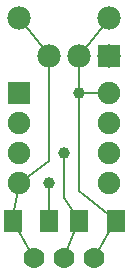
<source format=gtl>
G04 MADE WITH FRITZING*
G04 WWW.FRITZING.ORG*
G04 DOUBLE SIDED*
G04 HOLES PLATED*
G04 CONTOUR ON CENTER OF CONTOUR VECTOR*
%ASAXBY*%
%FSLAX23Y23*%
%MOIN*%
%OFA0B0*%
%SFA1.0B1.0*%
%ADD10C,0.039370*%
%ADD11C,0.078000*%
%ADD12C,0.075000*%
%ADD13C,0.069445*%
%ADD14R,0.075000X0.075000*%
%ADD15R,0.062992X0.074803*%
%ADD16R,0.078000X0.078000*%
%ADD17C,0.008000*%
%LNCOPPER1*%
G90*
G70*
G54D10*
X166Y304D03*
X266Y604D03*
X216Y404D03*
G54D11*
X66Y854D03*
X366Y854D03*
G54D12*
X66Y604D03*
X366Y604D03*
X66Y504D03*
X366Y504D03*
X66Y404D03*
X366Y404D03*
X66Y304D03*
X366Y304D03*
G54D13*
X316Y54D03*
X216Y54D03*
X116Y54D03*
G54D11*
X366Y729D03*
X266Y729D03*
X166Y729D03*
G54D14*
X66Y604D03*
G54D15*
X266Y179D03*
X388Y179D03*
G54D16*
X366Y729D03*
G54D15*
X44Y179D03*
X166Y179D03*
G54D17*
X216Y254D02*
X245Y211D01*
D02*
X266Y705D02*
X266Y618D01*
D02*
X279Y604D02*
X343Y604D01*
D02*
X216Y390D02*
X216Y254D01*
D02*
X326Y72D02*
X370Y148D01*
D02*
X362Y201D02*
X266Y279D01*
D02*
X266Y279D02*
X266Y591D01*
D02*
X281Y749D02*
X351Y835D01*
D02*
X151Y749D02*
X81Y835D01*
D02*
X166Y211D02*
X166Y291D01*
D02*
X223Y74D02*
X253Y148D01*
D02*
X62Y282D02*
X49Y211D01*
D02*
X105Y72D02*
X62Y148D01*
D02*
X167Y379D02*
X166Y705D01*
D02*
X84Y318D02*
X167Y379D01*
G04 End of Copper1*
M02*
</source>
